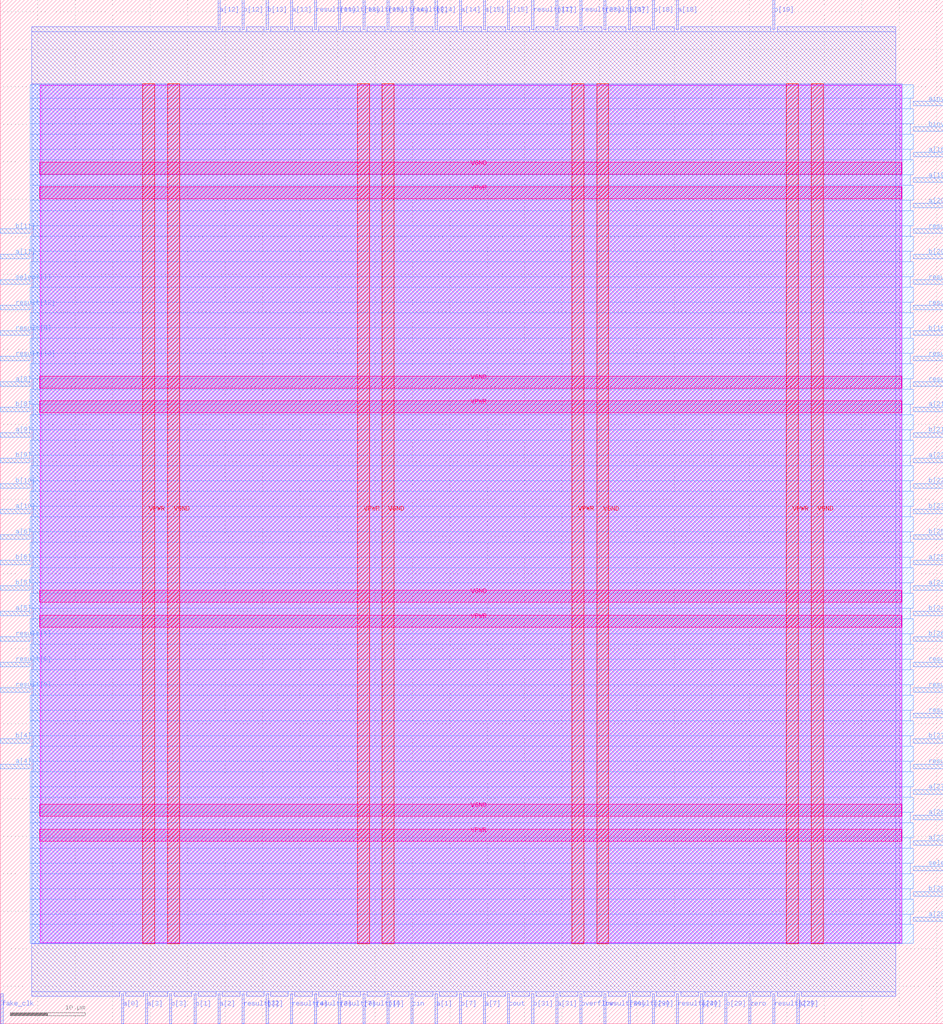
<source format=lef>
VERSION 5.7 ;
  NOWIREEXTENSIONATPIN ON ;
  DIVIDERCHAR "/" ;
  BUSBITCHARS "[]" ;
MACRO n_bit_alu
  CLASS BLOCK ;
  FOREIGN n_bit_alu ;
  ORIGIN 0.000 0.000 ;
  SIZE 125.860 BY 136.580 ;
  PIN VGND
    DIRECTION INOUT ;
    USE GROUND ;
    PORT
      LAYER met4 ;
        RECT 22.335 10.640 23.935 125.360 ;
    END
    PORT
      LAYER met4 ;
        RECT 50.970 10.640 52.570 125.360 ;
    END
    PORT
      LAYER met4 ;
        RECT 79.605 10.640 81.205 125.360 ;
    END
    PORT
      LAYER met4 ;
        RECT 108.240 10.640 109.840 125.360 ;
    END
    PORT
      LAYER met5 ;
        RECT 5.280 27.660 120.300 29.260 ;
    END
    PORT
      LAYER met5 ;
        RECT 5.280 56.220 120.300 57.820 ;
    END
    PORT
      LAYER met5 ;
        RECT 5.280 84.780 120.300 86.380 ;
    END
    PORT
      LAYER met5 ;
        RECT 5.280 113.340 120.300 114.940 ;
    END
  END VGND
  PIN VPWR
    DIRECTION INOUT ;
    USE POWER ;
    PORT
      LAYER met4 ;
        RECT 19.035 10.640 20.635 125.360 ;
    END
    PORT
      LAYER met4 ;
        RECT 47.670 10.640 49.270 125.360 ;
    END
    PORT
      LAYER met4 ;
        RECT 76.305 10.640 77.905 125.360 ;
    END
    PORT
      LAYER met4 ;
        RECT 104.940 10.640 106.540 125.360 ;
    END
    PORT
      LAYER met5 ;
        RECT 5.280 24.360 120.300 25.960 ;
    END
    PORT
      LAYER met5 ;
        RECT 5.280 52.920 120.300 54.520 ;
    END
    PORT
      LAYER met5 ;
        RECT 5.280 81.480 120.300 83.080 ;
    END
    PORT
      LAYER met5 ;
        RECT 5.280 110.040 120.300 111.640 ;
    END
  END VPWR
  PIN a[0]
    DIRECTION INPUT ;
    USE SIGNAL ;
    ANTENNAGATEAREA 0.196500 ;
    PORT
      LAYER met2 ;
        RECT 16.190 0.000 16.470 4.000 ;
    END
  END a[0]
  PIN a[10]
    DIRECTION INPUT ;
    USE SIGNAL ;
    ANTENNAGATEAREA 0.196500 ;
    PORT
      LAYER met3 ;
        RECT 0.000 68.040 4.000 68.640 ;
    END
  END a[10]
  PIN a[11]
    DIRECTION INPUT ;
    USE SIGNAL ;
    ANTENNAGATEAREA 0.196500 ;
    PORT
      LAYER met3 ;
        RECT 0.000 102.040 4.000 102.640 ;
    END
  END a[11]
  PIN a[12]
    DIRECTION INPUT ;
    USE SIGNAL ;
    ANTENNAGATEAREA 0.196500 ;
    PORT
      LAYER met2 ;
        RECT 29.070 132.580 29.350 136.580 ;
    END
  END a[12]
  PIN a[13]
    DIRECTION INPUT ;
    USE SIGNAL ;
    ANTENNAGATEAREA 0.196500 ;
    PORT
      LAYER met2 ;
        RECT 38.730 132.580 39.010 136.580 ;
    END
  END a[13]
  PIN a[14]
    DIRECTION INPUT ;
    USE SIGNAL ;
    ANTENNAGATEAREA 0.196500 ;
    PORT
      LAYER met2 ;
        RECT 61.270 132.580 61.550 136.580 ;
    END
  END a[14]
  PIN a[15]
    DIRECTION INPUT ;
    USE SIGNAL ;
    ANTENNAGATEAREA 0.196500 ;
    PORT
      LAYER met2 ;
        RECT 64.490 132.580 64.770 136.580 ;
    END
  END a[15]
  PIN a[16]
    DIRECTION INPUT ;
    USE SIGNAL ;
    ANTENNAGATEAREA 0.196500 ;
    PORT
      LAYER met3 ;
        RECT 121.860 115.640 125.860 116.240 ;
    END
  END a[16]
  PIN a[17]
    DIRECTION INPUT ;
    USE SIGNAL ;
    ANTENNAGATEAREA 0.196500 ;
    PORT
      LAYER met2 ;
        RECT 83.810 132.580 84.090 136.580 ;
    END
  END a[17]
  PIN a[18]
    DIRECTION INPUT ;
    USE SIGNAL ;
    ANTENNAGATEAREA 0.196500 ;
    PORT
      LAYER met2 ;
        RECT 90.250 132.580 90.530 136.580 ;
    END
  END a[18]
  PIN a[19]
    DIRECTION INPUT ;
    USE SIGNAL ;
    ANTENNAGATEAREA 0.196500 ;
    PORT
      LAYER met3 ;
        RECT 121.860 112.240 125.860 112.840 ;
    END
  END a[19]
  PIN a[1]
    DIRECTION INPUT ;
    USE SIGNAL ;
    ANTENNAGATEAREA 0.196500 ;
    PORT
      LAYER met2 ;
        RECT 58.050 0.000 58.330 4.000 ;
    END
  END a[1]
  PIN a[20]
    DIRECTION INPUT ;
    USE SIGNAL ;
    ANTENNAGATEAREA 0.196500 ;
    PORT
      LAYER met3 ;
        RECT 121.860 108.840 125.860 109.440 ;
    END
  END a[20]
  PIN a[21]
    DIRECTION INPUT ;
    USE SIGNAL ;
    ANTENNAGATEAREA 0.196500 ;
    PORT
      LAYER met3 ;
        RECT 121.860 81.640 125.860 82.240 ;
    END
  END a[21]
  PIN a[22]
    DIRECTION INPUT ;
    USE SIGNAL ;
    ANTENNAGATEAREA 0.196500 ;
    PORT
      LAYER met3 ;
        RECT 121.860 74.840 125.860 75.440 ;
    END
  END a[22]
  PIN a[23]
    DIRECTION INPUT ;
    USE SIGNAL ;
    ANTENNAGATEAREA 0.196500 ;
    PORT
      LAYER met3 ;
        RECT 121.860 23.840 125.860 24.440 ;
    END
  END a[23]
  PIN a[24]
    DIRECTION INPUT ;
    USE SIGNAL ;
    ANTENNAGATEAREA 0.196500 ;
    PORT
      LAYER met3 ;
        RECT 121.860 57.840 125.860 58.440 ;
    END
  END a[24]
  PIN a[25]
    DIRECTION INPUT ;
    USE SIGNAL ;
    ANTENNAGATEAREA 0.196500 ;
    PORT
      LAYER met3 ;
        RECT 121.860 61.240 125.860 61.840 ;
    END
  END a[25]
  PIN a[26]
    DIRECTION INPUT ;
    USE SIGNAL ;
    ANTENNAGATEAREA 0.196500 ;
    PORT
      LAYER met3 ;
        RECT 121.860 27.240 125.860 27.840 ;
    END
  END a[26]
  PIN a[27]
    DIRECTION INPUT ;
    USE SIGNAL ;
    ANTENNAGATEAREA 0.196500 ;
    PORT
      LAYER met3 ;
        RECT 121.860 30.640 125.860 31.240 ;
    END
  END a[27]
  PIN a[28]
    DIRECTION INPUT ;
    USE SIGNAL ;
    ANTENNAGATEAREA 0.196500 ;
    PORT
      LAYER met3 ;
        RECT 121.860 13.640 125.860 14.240 ;
    END
  END a[28]
  PIN a[29]
    DIRECTION INPUT ;
    USE SIGNAL ;
    ANTENNAGATEAREA 0.196500 ;
    PORT
      LAYER met2 ;
        RECT 106.350 0.000 106.630 4.000 ;
    END
  END a[29]
  PIN a[2]
    DIRECTION INPUT ;
    USE SIGNAL ;
    ANTENNAGATEAREA 0.196500 ;
    PORT
      LAYER met2 ;
        RECT 29.070 0.000 29.350 4.000 ;
    END
  END a[2]
  PIN a[30]
    DIRECTION INPUT ;
    USE SIGNAL ;
    ANTENNAGATEAREA 0.196500 ;
    PORT
      LAYER met2 ;
        RECT 93.470 0.000 93.750 4.000 ;
    END
  END a[30]
  PIN a[31]
    DIRECTION INPUT ;
    USE SIGNAL ;
    ANTENNAGATEAREA 0.196500 ;
    PORT
      LAYER met2 ;
        RECT 74.150 0.000 74.430 4.000 ;
    END
  END a[31]
  PIN a[3]
    DIRECTION INPUT ;
    USE SIGNAL ;
    ANTENNAGATEAREA 0.196500 ;
    PORT
      LAYER met2 ;
        RECT 19.410 0.000 19.690 4.000 ;
    END
  END a[3]
  PIN a[4]
    DIRECTION INPUT ;
    USE SIGNAL ;
    ANTENNAGATEAREA 0.196500 ;
    PORT
      LAYER met3 ;
        RECT 0.000 34.040 4.000 34.640 ;
    END
  END a[4]
  PIN a[5]
    DIRECTION INPUT ;
    USE SIGNAL ;
    ANTENNAGATEAREA 0.196500 ;
    PORT
      LAYER met3 ;
        RECT 0.000 54.440 4.000 55.040 ;
    END
  END a[5]
  PIN a[6]
    DIRECTION INPUT ;
    USE SIGNAL ;
    ANTENNAGATEAREA 0.196500 ;
    PORT
      LAYER met3 ;
        RECT 0.000 64.640 4.000 65.240 ;
    END
  END a[6]
  PIN a[7]
    DIRECTION INPUT ;
    USE SIGNAL ;
    ANTENNAGATEAREA 0.196500 ;
    PORT
      LAYER met2 ;
        RECT 64.490 0.000 64.770 4.000 ;
    END
  END a[7]
  PIN a[8]
    DIRECTION INPUT ;
    USE SIGNAL ;
    ANTENNAGATEAREA 0.196500 ;
    PORT
      LAYER met3 ;
        RECT 0.000 85.040 4.000 85.640 ;
    END
  END a[8]
  PIN a[9]
    DIRECTION INPUT ;
    USE SIGNAL ;
    ANTENNAGATEAREA 0.196500 ;
    PORT
      LAYER met3 ;
        RECT 0.000 78.240 4.000 78.840 ;
    END
  END a[9]
  PIN ainv
    DIRECTION INPUT ;
    USE SIGNAL ;
    ANTENNAGATEAREA 0.990000 ;
    PORT
      LAYER met3 ;
        RECT 121.860 122.440 125.860 123.040 ;
    END
  END ainv
  PIN b[0]
    DIRECTION INPUT ;
    USE SIGNAL ;
    ANTENNAGATEAREA 0.196500 ;
    PORT
      LAYER met2 ;
        RECT 51.610 0.000 51.890 4.000 ;
    END
  END b[0]
  PIN b[10]
    DIRECTION INPUT ;
    USE SIGNAL ;
    ANTENNAGATEAREA 0.196500 ;
    PORT
      LAYER met3 ;
        RECT 0.000 71.440 4.000 72.040 ;
    END
  END b[10]
  PIN b[11]
    DIRECTION INPUT ;
    USE SIGNAL ;
    ANTENNAGATEAREA 0.196500 ;
    PORT
      LAYER met3 ;
        RECT 0.000 105.440 4.000 106.040 ;
    END
  END b[11]
  PIN b[12]
    DIRECTION INPUT ;
    USE SIGNAL ;
    ANTENNAGATEAREA 0.196500 ;
    PORT
      LAYER met2 ;
        RECT 32.290 132.580 32.570 136.580 ;
    END
  END b[12]
  PIN b[13]
    DIRECTION INPUT ;
    USE SIGNAL ;
    ANTENNAGATEAREA 0.196500 ;
    PORT
      LAYER met2 ;
        RECT 35.510 132.580 35.790 136.580 ;
    END
  END b[13]
  PIN b[14]
    DIRECTION INPUT ;
    USE SIGNAL ;
    ANTENNAGATEAREA 0.196500 ;
    PORT
      LAYER met2 ;
        RECT 58.050 132.580 58.330 136.580 ;
    END
  END b[14]
  PIN b[15]
    DIRECTION INPUT ;
    USE SIGNAL ;
    ANTENNAGATEAREA 0.196500 ;
    PORT
      LAYER met2 ;
        RECT 67.710 132.580 67.990 136.580 ;
    END
  END b[15]
  PIN b[16]
    DIRECTION INPUT ;
    USE SIGNAL ;
    ANTENNAGATEAREA 0.196500 ;
    PORT
      LAYER met3 ;
        RECT 121.860 91.840 125.860 92.440 ;
    END
  END b[16]
  PIN b[17]
    DIRECTION INPUT ;
    USE SIGNAL ;
    ANTENNAGATEAREA 0.196500 ;
    PORT
      LAYER met2 ;
        RECT 74.150 132.580 74.430 136.580 ;
    END
  END b[17]
  PIN b[18]
    DIRECTION INPUT ;
    USE SIGNAL ;
    ANTENNAGATEAREA 0.196500 ;
    PORT
      LAYER met2 ;
        RECT 87.030 132.580 87.310 136.580 ;
    END
  END b[18]
  PIN b[19]
    DIRECTION INPUT ;
    USE SIGNAL ;
    ANTENNAGATEAREA 0.196500 ;
    PORT
      LAYER met2 ;
        RECT 103.130 132.580 103.410 136.580 ;
    END
  END b[19]
  PIN b[1]
    DIRECTION INPUT ;
    USE SIGNAL ;
    ANTENNAGATEAREA 0.196500 ;
    PORT
      LAYER met2 ;
        RECT 25.850 0.000 26.130 4.000 ;
    END
  END b[1]
  PIN b[20]
    DIRECTION INPUT ;
    USE SIGNAL ;
    ANTENNAGATEAREA 0.196500 ;
    PORT
      LAYER met3 ;
        RECT 121.860 102.040 125.860 102.640 ;
    END
  END b[20]
  PIN b[21]
    DIRECTION INPUT ;
    USE SIGNAL ;
    ANTENNAGATEAREA 0.196500 ;
    PORT
      LAYER met3 ;
        RECT 121.860 78.240 125.860 78.840 ;
    END
  END b[21]
  PIN b[22]
    DIRECTION INPUT ;
    USE SIGNAL ;
    ANTENNAGATEAREA 0.196500 ;
    PORT
      LAYER met3 ;
        RECT 121.860 71.440 125.860 72.040 ;
    END
  END b[22]
  PIN b[23]
    DIRECTION INPUT ;
    USE SIGNAL ;
    ANTENNAGATEAREA 0.196500 ;
    PORT
      LAYER met3 ;
        RECT 121.860 68.040 125.860 68.640 ;
    END
  END b[23]
  PIN b[24]
    DIRECTION INPUT ;
    USE SIGNAL ;
    ANTENNAGATEAREA 0.196500 ;
    PORT
      LAYER met3 ;
        RECT 121.860 54.440 125.860 55.040 ;
    END
  END b[24]
  PIN b[25]
    DIRECTION INPUT ;
    USE SIGNAL ;
    ANTENNAGATEAREA 0.196500 ;
    PORT
      LAYER met3 ;
        RECT 121.860 64.640 125.860 65.240 ;
    END
  END b[25]
  PIN b[26]
    DIRECTION INPUT ;
    USE SIGNAL ;
    ANTENNAGATEAREA 0.196500 ;
    PORT
      LAYER met3 ;
        RECT 121.860 51.040 125.860 51.640 ;
    END
  END b[26]
  PIN b[27]
    DIRECTION INPUT ;
    USE SIGNAL ;
    ANTENNAGATEAREA 0.196500 ;
    PORT
      LAYER met3 ;
        RECT 121.860 37.440 125.860 38.040 ;
    END
  END b[27]
  PIN b[28]
    DIRECTION INPUT ;
    USE SIGNAL ;
    ANTENNAGATEAREA 0.196500 ;
    PORT
      LAYER met3 ;
        RECT 121.860 17.040 125.860 17.640 ;
    END
  END b[28]
  PIN b[29]
    DIRECTION INPUT ;
    USE SIGNAL ;
    ANTENNAGATEAREA 0.196500 ;
    PORT
      LAYER met2 ;
        RECT 96.690 0.000 96.970 4.000 ;
    END
  END b[29]
  PIN b[2]
    DIRECTION INPUT ;
    USE SIGNAL ;
    ANTENNAGATEAREA 0.196500 ;
    PORT
      LAYER met2 ;
        RECT 35.510 0.000 35.790 4.000 ;
    END
  END b[2]
  PIN b[30]
    DIRECTION INPUT ;
    USE SIGNAL ;
    ANTENNAGATEAREA 0.196500 ;
    PORT
      LAYER met2 ;
        RECT 87.030 0.000 87.310 4.000 ;
    END
  END b[30]
  PIN b[31]
    DIRECTION INPUT ;
    USE SIGNAL ;
    ANTENNAGATEAREA 0.196500 ;
    PORT
      LAYER met2 ;
        RECT 70.930 0.000 71.210 4.000 ;
    END
  END b[31]
  PIN b[3]
    DIRECTION INPUT ;
    USE SIGNAL ;
    ANTENNAGATEAREA 0.196500 ;
    PORT
      LAYER met2 ;
        RECT 22.630 0.000 22.910 4.000 ;
    END
  END b[3]
  PIN b[4]
    DIRECTION INPUT ;
    USE SIGNAL ;
    ANTENNAGATEAREA 0.196500 ;
    PORT
      LAYER met3 ;
        RECT 0.000 37.440 4.000 38.040 ;
    END
  END b[4]
  PIN b[5]
    DIRECTION INPUT ;
    USE SIGNAL ;
    ANTENNAGATEAREA 0.196500 ;
    PORT
      LAYER met3 ;
        RECT 0.000 57.840 4.000 58.440 ;
    END
  END b[5]
  PIN b[6]
    DIRECTION INPUT ;
    USE SIGNAL ;
    ANTENNAGATEAREA 0.196500 ;
    PORT
      LAYER met3 ;
        RECT 0.000 61.240 4.000 61.840 ;
    END
  END b[6]
  PIN b[7]
    DIRECTION INPUT ;
    USE SIGNAL ;
    ANTENNAGATEAREA 0.196500 ;
    PORT
      LAYER met2 ;
        RECT 61.270 0.000 61.550 4.000 ;
    END
  END b[7]
  PIN b[8]
    DIRECTION INPUT ;
    USE SIGNAL ;
    ANTENNAGATEAREA 0.196500 ;
    PORT
      LAYER met3 ;
        RECT 0.000 81.640 4.000 82.240 ;
    END
  END b[8]
  PIN b[9]
    DIRECTION INPUT ;
    USE SIGNAL ;
    ANTENNAGATEAREA 0.196500 ;
    PORT
      LAYER met3 ;
        RECT 0.000 74.840 4.000 75.440 ;
    END
  END b[9]
  PIN binv
    DIRECTION INPUT ;
    USE SIGNAL ;
    ANTENNAGATEAREA 0.990000 ;
    PORT
      LAYER met3 ;
        RECT 121.860 119.040 125.860 119.640 ;
    END
  END binv
  PIN cin
    DIRECTION INPUT ;
    USE SIGNAL ;
    ANTENNAGATEAREA 0.196500 ;
    PORT
      LAYER met2 ;
        RECT 54.830 0.000 55.110 4.000 ;
    END
  END cin
  PIN cout
    DIRECTION OUTPUT ;
    USE SIGNAL ;
    ANTENNADIFFAREA 0.340600 ;
    PORT
      LAYER met2 ;
        RECT 67.710 0.000 67.990 4.000 ;
    END
  END cout
  PIN fake_clk
    DIRECTION INPUT ;
    USE SIGNAL ;
    PORT
      LAYER met2 ;
        RECT 0.090 0.000 0.370 4.000 ;
    END
  END fake_clk
  PIN overflow
    DIRECTION OUTPUT ;
    USE SIGNAL ;
    ANTENNADIFFAREA 0.340600 ;
    PORT
      LAYER met2 ;
        RECT 77.370 0.000 77.650 4.000 ;
    END
  END overflow
  PIN result[0]
    DIRECTION OUTPUT ;
    USE SIGNAL ;
    ANTENNADIFFAREA 0.340600 ;
    PORT
      LAYER met3 ;
        RECT 0.000 44.240 4.000 44.840 ;
    END
  END result[0]
  PIN result[10]
    DIRECTION OUTPUT ;
    USE SIGNAL ;
    ANTENNADIFFAREA 0.340600 ;
    PORT
      LAYER met3 ;
        RECT 0.000 88.440 4.000 89.040 ;
    END
  END result[10]
  PIN result[11]
    DIRECTION OUTPUT ;
    USE SIGNAL ;
    ANTENNADIFFAREA 0.340600 ;
    PORT
      LAYER met2 ;
        RECT 41.950 132.580 42.230 136.580 ;
    END
  END result[11]
  PIN result[12]
    DIRECTION OUTPUT ;
    USE SIGNAL ;
    ANTENNADIFFAREA 0.340600 ;
    PORT
      LAYER met3 ;
        RECT 0.000 95.240 4.000 95.840 ;
    END
  END result[12]
  PIN result[13]
    DIRECTION OUTPUT ;
    USE SIGNAL ;
    ANTENNADIFFAREA 0.340600 ;
    PORT
      LAYER met2 ;
        RECT 45.170 132.580 45.450 136.580 ;
    END
  END result[13]
  PIN result[14]
    DIRECTION OUTPUT ;
    USE SIGNAL ;
    ANTENNADIFFAREA 0.340600 ;
    PORT
      LAYER met2 ;
        RECT 51.610 132.580 51.890 136.580 ;
    END
  END result[14]
  PIN result[15]
    DIRECTION OUTPUT ;
    USE SIGNAL ;
    ANTENNADIFFAREA 0.340600 ;
    PORT
      LAYER met2 ;
        RECT 48.390 132.580 48.670 136.580 ;
    END
  END result[15]
  PIN result[16]
    DIRECTION OUTPUT ;
    USE SIGNAL ;
    ANTENNADIFFAREA 0.340600 ;
    PORT
      LAYER met3 ;
        RECT 121.860 88.440 125.860 89.040 ;
    END
  END result[16]
  PIN result[17]
    DIRECTION OUTPUT ;
    USE SIGNAL ;
    ANTENNADIFFAREA 0.340600 ;
    PORT
      LAYER met2 ;
        RECT 70.930 132.580 71.210 136.580 ;
    END
  END result[17]
  PIN result[18]
    DIRECTION OUTPUT ;
    USE SIGNAL ;
    ANTENNADIFFAREA 0.340600 ;
    PORT
      LAYER met2 ;
        RECT 80.590 132.580 80.870 136.580 ;
    END
  END result[18]
  PIN result[19]
    DIRECTION OUTPUT ;
    USE SIGNAL ;
    ANTENNADIFFAREA 0.340600 ;
    PORT
      LAYER met3 ;
        RECT 121.860 98.640 125.860 99.240 ;
    END
  END result[19]
  PIN result[1]
    DIRECTION OUTPUT ;
    USE SIGNAL ;
    ANTENNADIFFAREA 0.340600 ;
    PORT
      LAYER met2 ;
        RECT 48.390 0.000 48.670 4.000 ;
    END
  END result[1]
  PIN result[20]
    DIRECTION OUTPUT ;
    USE SIGNAL ;
    ANTENNADIFFAREA 0.340600 ;
    PORT
      LAYER met3 ;
        RECT 121.860 95.240 125.860 95.840 ;
    END
  END result[20]
  PIN result[21]
    DIRECTION OUTPUT ;
    USE SIGNAL ;
    ANTENNADIFFAREA 0.340600 ;
    PORT
      LAYER met3 ;
        RECT 121.860 85.040 125.860 85.640 ;
    END
  END result[21]
  PIN result[22]
    DIRECTION OUTPUT ;
    USE SIGNAL ;
    ANTENNADIFFAREA 0.340600 ;
    PORT
      LAYER met3 ;
        RECT 121.860 105.440 125.860 106.040 ;
    END
  END result[22]
  PIN result[23]
    DIRECTION OUTPUT ;
    USE SIGNAL ;
    ANTENNADIFFAREA 0.340600 ;
    PORT
      LAYER met2 ;
        RECT 77.370 132.580 77.650 136.580 ;
    END
  END result[23]
  PIN result[24]
    DIRECTION OUTPUT ;
    USE SIGNAL ;
    ANTENNADIFFAREA 0.340600 ;
    PORT
      LAYER met2 ;
        RECT 90.250 0.000 90.530 4.000 ;
    END
  END result[24]
  PIN result[25]
    DIRECTION OUTPUT ;
    USE SIGNAL ;
    ANTENNADIFFAREA 0.340600 ;
    PORT
      LAYER met3 ;
        RECT 121.860 34.040 125.860 34.640 ;
    END
  END result[25]
  PIN result[26]
    DIRECTION OUTPUT ;
    USE SIGNAL ;
    ANTENNADIFFAREA 0.340600 ;
    PORT
      LAYER met3 ;
        RECT 121.860 47.640 125.860 48.240 ;
    END
  END result[26]
  PIN result[27]
    DIRECTION OUTPUT ;
    USE SIGNAL ;
    ANTENNADIFFAREA 0.340600 ;
    PORT
      LAYER met2 ;
        RECT 103.130 0.000 103.410 4.000 ;
    END
  END result[27]
  PIN result[28]
    DIRECTION OUTPUT ;
    USE SIGNAL ;
    ANTENNADIFFAREA 0.340600 ;
    PORT
      LAYER met3 ;
        RECT 121.860 44.240 125.860 44.840 ;
    END
  END result[28]
  PIN result[29]
    DIRECTION OUTPUT ;
    USE SIGNAL ;
    ANTENNADIFFAREA 0.340600 ;
    PORT
      LAYER met2 ;
        RECT 83.810 0.000 84.090 4.000 ;
    END
  END result[29]
  PIN result[2]
    DIRECTION OUTPUT ;
    USE SIGNAL ;
    ANTENNADIFFAREA 0.340600 ;
    PORT
      LAYER met2 ;
        RECT 41.950 0.000 42.230 4.000 ;
    END
  END result[2]
  PIN result[30]
    DIRECTION OUTPUT ;
    USE SIGNAL ;
    ANTENNADIFFAREA 0.340600 ;
    PORT
      LAYER met2 ;
        RECT 80.590 0.000 80.870 4.000 ;
    END
  END result[30]
  PIN result[31]
    DIRECTION OUTPUT ;
    USE SIGNAL ;
    ANTENNADIFFAREA 0.340600 ;
    PORT
      LAYER met3 ;
        RECT 121.860 40.840 125.860 41.440 ;
    END
  END result[31]
  PIN result[3]
    DIRECTION OUTPUT ;
    USE SIGNAL ;
    ANTENNADIFFAREA 0.340600 ;
    PORT
      LAYER met2 ;
        RECT 32.290 0.000 32.570 4.000 ;
    END
  END result[3]
  PIN result[4]
    DIRECTION OUTPUT ;
    USE SIGNAL ;
    ANTENNADIFFAREA 0.340600 ;
    PORT
      LAYER met2 ;
        RECT 38.730 0.000 39.010 4.000 ;
    END
  END result[4]
  PIN result[5]
    DIRECTION OUTPUT ;
    USE SIGNAL ;
    ANTENNADIFFAREA 0.340600 ;
    PORT
      LAYER met3 ;
        RECT 0.000 51.040 4.000 51.640 ;
    END
  END result[5]
  PIN result[6]
    DIRECTION OUTPUT ;
    USE SIGNAL ;
    ANTENNADIFFAREA 0.340600 ;
    PORT
      LAYER met3 ;
        RECT 0.000 47.640 4.000 48.240 ;
    END
  END result[6]
  PIN result[7]
    DIRECTION OUTPUT ;
    USE SIGNAL ;
    ANTENNADIFFAREA 0.340600 ;
    PORT
      LAYER met2 ;
        RECT 45.170 0.000 45.450 4.000 ;
    END
  END result[7]
  PIN result[8]
    DIRECTION OUTPUT ;
    USE SIGNAL ;
    ANTENNADIFFAREA 0.340600 ;
    PORT
      LAYER met2 ;
        RECT 54.830 132.580 55.110 136.580 ;
    END
  END result[8]
  PIN result[9]
    DIRECTION OUTPUT ;
    USE SIGNAL ;
    ANTENNADIFFAREA 0.340600 ;
    PORT
      LAYER met3 ;
        RECT 0.000 91.840 4.000 92.440 ;
    END
  END result[9]
  PIN select[0]
    DIRECTION INPUT ;
    USE SIGNAL ;
    ANTENNAGATEAREA 0.990000 ;
    PORT
      LAYER met3 ;
        RECT 121.860 20.440 125.860 21.040 ;
    END
  END select[0]
  PIN select[1]
    DIRECTION INPUT ;
    USE SIGNAL ;
    ANTENNAGATEAREA 0.990000 ;
    PORT
      LAYER met3 ;
        RECT 0.000 98.640 4.000 99.240 ;
    END
  END select[1]
  PIN zero
    DIRECTION OUTPUT ;
    USE SIGNAL ;
    ANTENNADIFFAREA 0.340600 ;
    PORT
      LAYER met2 ;
        RECT 99.910 0.000 100.190 4.000 ;
    END
  END zero
  OBS
      LAYER nwell ;
        RECT 5.330 10.795 120.250 125.205 ;
      LAYER li1 ;
        RECT 5.520 10.795 120.060 125.205 ;
      LAYER met1 ;
        RECT 4.210 10.640 120.360 125.360 ;
      LAYER met2 ;
        RECT 4.230 132.300 28.790 133.010 ;
        RECT 29.630 132.300 32.010 133.010 ;
        RECT 32.850 132.300 35.230 133.010 ;
        RECT 36.070 132.300 38.450 133.010 ;
        RECT 39.290 132.300 41.670 133.010 ;
        RECT 42.510 132.300 44.890 133.010 ;
        RECT 45.730 132.300 48.110 133.010 ;
        RECT 48.950 132.300 51.330 133.010 ;
        RECT 52.170 132.300 54.550 133.010 ;
        RECT 55.390 132.300 57.770 133.010 ;
        RECT 58.610 132.300 60.990 133.010 ;
        RECT 61.830 132.300 64.210 133.010 ;
        RECT 65.050 132.300 67.430 133.010 ;
        RECT 68.270 132.300 70.650 133.010 ;
        RECT 71.490 132.300 73.870 133.010 ;
        RECT 74.710 132.300 77.090 133.010 ;
        RECT 77.930 132.300 80.310 133.010 ;
        RECT 81.150 132.300 83.530 133.010 ;
        RECT 84.370 132.300 86.750 133.010 ;
        RECT 87.590 132.300 89.970 133.010 ;
        RECT 90.810 132.300 102.850 133.010 ;
        RECT 103.690 132.300 119.500 133.010 ;
        RECT 4.230 4.280 119.500 132.300 ;
        RECT 4.230 3.670 15.910 4.280 ;
        RECT 16.750 3.670 19.130 4.280 ;
        RECT 19.970 3.670 22.350 4.280 ;
        RECT 23.190 3.670 25.570 4.280 ;
        RECT 26.410 3.670 28.790 4.280 ;
        RECT 29.630 3.670 32.010 4.280 ;
        RECT 32.850 3.670 35.230 4.280 ;
        RECT 36.070 3.670 38.450 4.280 ;
        RECT 39.290 3.670 41.670 4.280 ;
        RECT 42.510 3.670 44.890 4.280 ;
        RECT 45.730 3.670 48.110 4.280 ;
        RECT 48.950 3.670 51.330 4.280 ;
        RECT 52.170 3.670 54.550 4.280 ;
        RECT 55.390 3.670 57.770 4.280 ;
        RECT 58.610 3.670 60.990 4.280 ;
        RECT 61.830 3.670 64.210 4.280 ;
        RECT 65.050 3.670 67.430 4.280 ;
        RECT 68.270 3.670 70.650 4.280 ;
        RECT 71.490 3.670 73.870 4.280 ;
        RECT 74.710 3.670 77.090 4.280 ;
        RECT 77.930 3.670 80.310 4.280 ;
        RECT 81.150 3.670 83.530 4.280 ;
        RECT 84.370 3.670 86.750 4.280 ;
        RECT 87.590 3.670 89.970 4.280 ;
        RECT 90.810 3.670 93.190 4.280 ;
        RECT 94.030 3.670 96.410 4.280 ;
        RECT 97.250 3.670 99.630 4.280 ;
        RECT 100.470 3.670 102.850 4.280 ;
        RECT 103.690 3.670 106.070 4.280 ;
        RECT 106.910 3.670 119.500 4.280 ;
      LAYER met3 ;
        RECT 3.990 123.440 121.860 125.285 ;
        RECT 3.990 122.040 121.460 123.440 ;
        RECT 3.990 120.040 121.860 122.040 ;
        RECT 3.990 118.640 121.460 120.040 ;
        RECT 3.990 116.640 121.860 118.640 ;
        RECT 3.990 115.240 121.460 116.640 ;
        RECT 3.990 113.240 121.860 115.240 ;
        RECT 3.990 111.840 121.460 113.240 ;
        RECT 3.990 109.840 121.860 111.840 ;
        RECT 3.990 108.440 121.460 109.840 ;
        RECT 3.990 106.440 121.860 108.440 ;
        RECT 4.400 105.040 121.460 106.440 ;
        RECT 3.990 103.040 121.860 105.040 ;
        RECT 4.400 101.640 121.460 103.040 ;
        RECT 3.990 99.640 121.860 101.640 ;
        RECT 4.400 98.240 121.460 99.640 ;
        RECT 3.990 96.240 121.860 98.240 ;
        RECT 4.400 94.840 121.460 96.240 ;
        RECT 3.990 92.840 121.860 94.840 ;
        RECT 4.400 91.440 121.460 92.840 ;
        RECT 3.990 89.440 121.860 91.440 ;
        RECT 4.400 88.040 121.460 89.440 ;
        RECT 3.990 86.040 121.860 88.040 ;
        RECT 4.400 84.640 121.460 86.040 ;
        RECT 3.990 82.640 121.860 84.640 ;
        RECT 4.400 81.240 121.460 82.640 ;
        RECT 3.990 79.240 121.860 81.240 ;
        RECT 4.400 77.840 121.460 79.240 ;
        RECT 3.990 75.840 121.860 77.840 ;
        RECT 4.400 74.440 121.460 75.840 ;
        RECT 3.990 72.440 121.860 74.440 ;
        RECT 4.400 71.040 121.460 72.440 ;
        RECT 3.990 69.040 121.860 71.040 ;
        RECT 4.400 67.640 121.460 69.040 ;
        RECT 3.990 65.640 121.860 67.640 ;
        RECT 4.400 64.240 121.460 65.640 ;
        RECT 3.990 62.240 121.860 64.240 ;
        RECT 4.400 60.840 121.460 62.240 ;
        RECT 3.990 58.840 121.860 60.840 ;
        RECT 4.400 57.440 121.460 58.840 ;
        RECT 3.990 55.440 121.860 57.440 ;
        RECT 4.400 54.040 121.460 55.440 ;
        RECT 3.990 52.040 121.860 54.040 ;
        RECT 4.400 50.640 121.460 52.040 ;
        RECT 3.990 48.640 121.860 50.640 ;
        RECT 4.400 47.240 121.460 48.640 ;
        RECT 3.990 45.240 121.860 47.240 ;
        RECT 4.400 43.840 121.460 45.240 ;
        RECT 3.990 41.840 121.860 43.840 ;
        RECT 3.990 40.440 121.460 41.840 ;
        RECT 3.990 38.440 121.860 40.440 ;
        RECT 4.400 37.040 121.460 38.440 ;
        RECT 3.990 35.040 121.860 37.040 ;
        RECT 4.400 33.640 121.460 35.040 ;
        RECT 3.990 31.640 121.860 33.640 ;
        RECT 3.990 30.240 121.460 31.640 ;
        RECT 3.990 28.240 121.860 30.240 ;
        RECT 3.990 26.840 121.460 28.240 ;
        RECT 3.990 24.840 121.860 26.840 ;
        RECT 3.990 23.440 121.460 24.840 ;
        RECT 3.990 21.440 121.860 23.440 ;
        RECT 3.990 20.040 121.460 21.440 ;
        RECT 3.990 18.040 121.860 20.040 ;
        RECT 3.990 16.640 121.460 18.040 ;
        RECT 3.990 14.640 121.860 16.640 ;
        RECT 3.990 13.240 121.460 14.640 ;
        RECT 3.990 10.715 121.860 13.240 ;
  END
END n_bit_alu
END LIBRARY


</source>
